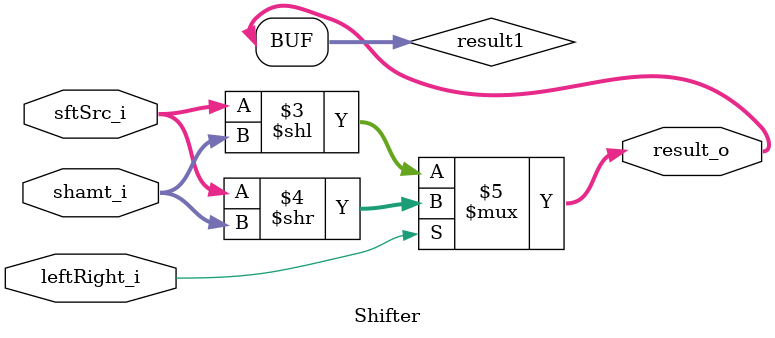
<source format=v>
module Shifter (
    result_o,
    leftRight_i,
    shamt_i,
    sftSrc_i
);

  //I/O ports
  output [32-1:0] result_o;

  input leftRight_i;
  input [32-1:0] shamt_i;
  input [32-1:0] sftSrc_i;

  //Internal Signals
  wire [32-1:0] result_o;

  //Main function
  reg [32-1:0] result1;
  /*your code here*/
  always@(leftRight_i or sftSrc_i or shamt_i)
  begin
    result1 <= (leftRight_i == 1'b0) ? sftSrc_i << shamt_i : sftSrc_i >> shamt_i;
  end
  assign result_o = result1;
endmodule

</source>
